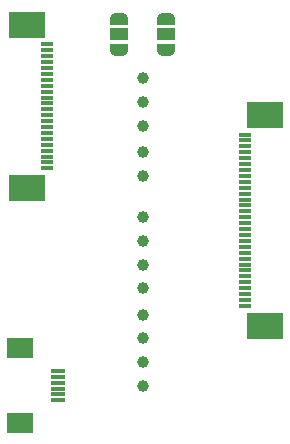
<source format=gbr>
%TF.GenerationSoftware,KiCad,Pcbnew,5.99.0-unknown-ad1ee958b0~131~ubuntu20.04.1*%
%TF.CreationDate,2021-09-09T23:45:54+08:00*%
%TF.ProjectId,di-mipi-lcd,64692d6d-6970-4692-9d6c-63642e6b6963,rev?*%
%TF.SameCoordinates,Original*%
%TF.FileFunction,Soldermask,Top*%
%TF.FilePolarity,Negative*%
%FSLAX46Y46*%
G04 Gerber Fmt 4.6, Leading zero omitted, Abs format (unit mm)*
G04 Created by KiCad (PCBNEW 5.99.0-unknown-ad1ee958b0~131~ubuntu20.04.1) date 2021-09-09 23:45:54*
%MOMM*%
%LPD*%
G01*
G04 APERTURE LIST*
G04 Aperture macros list*
%AMFreePoly0*
4,1,22,0.550000,-0.750000,0.000000,-0.750000,0.000000,-0.745033,-0.079941,-0.743568,-0.215256,-0.701293,-0.333266,-0.622738,-0.424486,-0.514219,-0.481581,-0.384460,-0.499164,-0.250000,-0.500000,-0.250000,-0.500000,0.250000,-0.499164,0.250000,-0.499963,0.256109,-0.478152,0.396186,-0.417904,0.524511,-0.324060,0.630769,-0.204165,0.706417,-0.067858,0.745374,0.000000,0.744959,0.000000,0.750000,
0.550000,0.750000,0.550000,-0.750000,0.550000,-0.750000,$1*%
%AMFreePoly1*
4,1,20,0.000000,0.744959,0.073905,0.744508,0.209726,0.703889,0.328688,0.626782,0.421226,0.519385,0.479903,0.390333,0.500000,0.250000,0.500000,-0.250000,0.499851,-0.262216,0.476331,-0.402017,0.414519,-0.529596,0.319384,-0.634700,0.198574,-0.708877,0.061801,-0.746166,0.000000,-0.745033,0.000000,-0.750000,-0.550000,-0.750000,-0.550000,0.750000,0.000000,0.750000,0.000000,0.744959,
0.000000,0.744959,$1*%
G04 Aperture macros list end*
%ADD10C,1.000000*%
%ADD11R,1.300000X0.300000*%
%ADD12R,2.200000X1.800000*%
%ADD13FreePoly0,90.000000*%
%ADD14R,1.500000X1.000000*%
%ADD15FreePoly1,90.000000*%
%ADD16R,1.100000X0.300000*%
%ADD17R,3.100000X2.300000*%
G04 APERTURE END LIST*
D10*
%TO.C,TP2*%
X145000000Y-113250000D03*
%TD*%
%TO.C,TP5*%
X145000000Y-127000000D03*
%TD*%
%TO.C,TP1*%
X145000000Y-111250000D03*
%TD*%
%TO.C,TP3*%
X145000000Y-116750000D03*
%TD*%
%TO.C,TP13*%
X145000000Y-122750000D03*
%TD*%
%TO.C,TP7*%
X145000000Y-131000000D03*
%TD*%
D11*
%TO.C,J3*%
X137850000Y-129750000D03*
X137850000Y-130250000D03*
X137850000Y-130750000D03*
X137850000Y-131250000D03*
X137850000Y-131750000D03*
X137850000Y-132250000D03*
D12*
X134600000Y-127850000D03*
X134600000Y-134150000D03*
%TD*%
D13*
%TO.C,JP2*%
X147000000Y-102550000D03*
D14*
X147000000Y-101250000D03*
D15*
X147000000Y-99950000D03*
%TD*%
D10*
%TO.C,TP12*%
X145000000Y-109000000D03*
%TD*%
%TO.C,TP9*%
X145000000Y-118750000D03*
%TD*%
%TO.C,TP10*%
X145000000Y-120750000D03*
%TD*%
D16*
%TO.C,J2*%
X153650000Y-124250000D03*
X153650000Y-123750000D03*
X153650000Y-123250000D03*
X153650000Y-122750000D03*
X153650000Y-122250000D03*
X153650000Y-121750000D03*
X153650000Y-121250000D03*
X153650000Y-120750000D03*
X153650000Y-120250000D03*
X153650000Y-119750000D03*
X153650000Y-119250000D03*
X153650000Y-118750000D03*
X153650000Y-118250000D03*
X153650000Y-117750000D03*
X153650000Y-117250000D03*
X153650000Y-116750000D03*
X153650000Y-116250000D03*
X153650000Y-115750000D03*
X153650000Y-115250000D03*
X153650000Y-114750000D03*
X153650000Y-114250000D03*
X153650000Y-113750000D03*
X153650000Y-113250000D03*
X153650000Y-112750000D03*
X153650000Y-112250000D03*
X153650000Y-111750000D03*
X153650000Y-111250000D03*
X153650000Y-110750000D03*
X153650000Y-110250000D03*
X153650000Y-109750000D03*
D17*
X155350000Y-108080000D03*
X155350000Y-125920000D03*
%TD*%
D10*
%TO.C,TP8*%
X145000000Y-105000000D03*
%TD*%
D13*
%TO.C,JP1*%
X143000000Y-102550000D03*
D14*
X143000000Y-101250000D03*
D15*
X143000000Y-99950000D03*
%TD*%
D10*
%TO.C,TP4*%
X145000000Y-125000000D03*
%TD*%
D16*
%TO.C,J1*%
X136905000Y-102110000D03*
X136905000Y-102610000D03*
X136905000Y-103110000D03*
X136905000Y-103610000D03*
X136905000Y-104110000D03*
X136905000Y-104610000D03*
X136905000Y-105110000D03*
X136905000Y-105610000D03*
X136905000Y-106110000D03*
X136905000Y-106610000D03*
X136905000Y-107110000D03*
X136905000Y-107610000D03*
X136905000Y-108110000D03*
X136905000Y-108610000D03*
X136905000Y-109110000D03*
X136905000Y-109610000D03*
X136905000Y-110110000D03*
X136905000Y-110610000D03*
X136905000Y-111110000D03*
X136905000Y-111610000D03*
X136905000Y-112110000D03*
X136905000Y-112610000D03*
D17*
X135205000Y-114280000D03*
X135205000Y-100440000D03*
%TD*%
D10*
%TO.C,TP11*%
X145000000Y-107000000D03*
%TD*%
%TO.C,TP6*%
X145000000Y-129000000D03*
%TD*%
M02*

</source>
